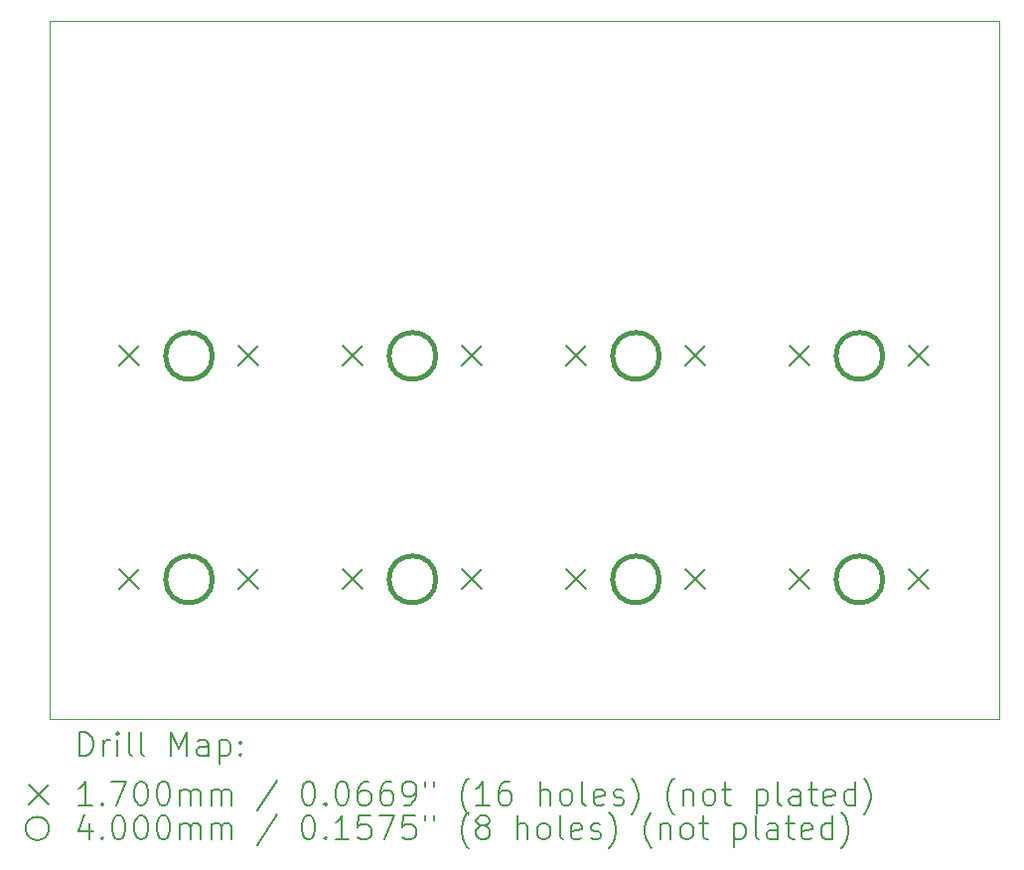
<source format=gbr>
%TF.GenerationSoftware,KiCad,Pcbnew,9.0.2*%
%TF.CreationDate,2025-06-09T08:41:51+05:30*%
%TF.ProjectId,DevBuddy,44657642-7564-4647-992e-6b696361645f,rev?*%
%TF.SameCoordinates,Original*%
%TF.FileFunction,Drillmap*%
%TF.FilePolarity,Positive*%
%FSLAX45Y45*%
G04 Gerber Fmt 4.5, Leading zero omitted, Abs format (unit mm)*
G04 Created by KiCad (PCBNEW 9.0.2) date 2025-06-09 08:41:51*
%MOMM*%
%LPD*%
G01*
G04 APERTURE LIST*
%ADD10C,0.050000*%
%ADD11C,0.200000*%
%ADD12C,0.170000*%
%ADD13C,0.400000*%
G04 APERTURE END LIST*
D10*
X9048750Y-13811250D02*
X9048750Y-7858125D01*
X17145000Y-13811250D02*
X9048750Y-13811250D01*
X17145000Y-7858125D02*
X17145000Y-13811250D01*
X9048750Y-7858125D02*
X17145000Y-7858125D01*
D11*
D12*
X9646375Y-10630625D02*
X9816375Y-10800625D01*
X9816375Y-10630625D02*
X9646375Y-10800625D01*
X9646375Y-12535625D02*
X9816375Y-12705625D01*
X9816375Y-12535625D02*
X9646375Y-12705625D01*
X10662375Y-10630625D02*
X10832375Y-10800625D01*
X10832375Y-10630625D02*
X10662375Y-10800625D01*
X10662375Y-12535625D02*
X10832375Y-12705625D01*
X10832375Y-12535625D02*
X10662375Y-12705625D01*
X11551375Y-10630625D02*
X11721375Y-10800625D01*
X11721375Y-10630625D02*
X11551375Y-10800625D01*
X11551375Y-12535625D02*
X11721375Y-12705625D01*
X11721375Y-12535625D02*
X11551375Y-12705625D01*
X12567375Y-10630625D02*
X12737375Y-10800625D01*
X12737375Y-10630625D02*
X12567375Y-10800625D01*
X12567375Y-12535625D02*
X12737375Y-12705625D01*
X12737375Y-12535625D02*
X12567375Y-12705625D01*
X13456375Y-10630625D02*
X13626375Y-10800625D01*
X13626375Y-10630625D02*
X13456375Y-10800625D01*
X13456375Y-12535625D02*
X13626375Y-12705625D01*
X13626375Y-12535625D02*
X13456375Y-12705625D01*
X14472375Y-10630625D02*
X14642375Y-10800625D01*
X14642375Y-10630625D02*
X14472375Y-10800625D01*
X14472375Y-12535625D02*
X14642375Y-12705625D01*
X14642375Y-12535625D02*
X14472375Y-12705625D01*
X15361375Y-10630625D02*
X15531375Y-10800625D01*
X15531375Y-10630625D02*
X15361375Y-10800625D01*
X15361375Y-12535625D02*
X15531375Y-12705625D01*
X15531375Y-12535625D02*
X15361375Y-12705625D01*
X16377375Y-10630625D02*
X16547375Y-10800625D01*
X16547375Y-10630625D02*
X16377375Y-10800625D01*
X16377375Y-12535625D02*
X16547375Y-12705625D01*
X16547375Y-12535625D02*
X16377375Y-12705625D01*
D13*
X10439375Y-10715625D02*
G75*
G02*
X10039375Y-10715625I-200000J0D01*
G01*
X10039375Y-10715625D02*
G75*
G02*
X10439375Y-10715625I200000J0D01*
G01*
X10439375Y-12620625D02*
G75*
G02*
X10039375Y-12620625I-200000J0D01*
G01*
X10039375Y-12620625D02*
G75*
G02*
X10439375Y-12620625I200000J0D01*
G01*
X12344375Y-10715625D02*
G75*
G02*
X11944375Y-10715625I-200000J0D01*
G01*
X11944375Y-10715625D02*
G75*
G02*
X12344375Y-10715625I200000J0D01*
G01*
X12344375Y-12620625D02*
G75*
G02*
X11944375Y-12620625I-200000J0D01*
G01*
X11944375Y-12620625D02*
G75*
G02*
X12344375Y-12620625I200000J0D01*
G01*
X14249375Y-10715625D02*
G75*
G02*
X13849375Y-10715625I-200000J0D01*
G01*
X13849375Y-10715625D02*
G75*
G02*
X14249375Y-10715625I200000J0D01*
G01*
X14249375Y-12620625D02*
G75*
G02*
X13849375Y-12620625I-200000J0D01*
G01*
X13849375Y-12620625D02*
G75*
G02*
X14249375Y-12620625I200000J0D01*
G01*
X16154375Y-10715625D02*
G75*
G02*
X15754375Y-10715625I-200000J0D01*
G01*
X15754375Y-10715625D02*
G75*
G02*
X16154375Y-10715625I200000J0D01*
G01*
X16154375Y-12620625D02*
G75*
G02*
X15754375Y-12620625I-200000J0D01*
G01*
X15754375Y-12620625D02*
G75*
G02*
X16154375Y-12620625I200000J0D01*
G01*
D11*
X9307027Y-14125234D02*
X9307027Y-13925234D01*
X9307027Y-13925234D02*
X9354646Y-13925234D01*
X9354646Y-13925234D02*
X9383217Y-13934758D01*
X9383217Y-13934758D02*
X9402265Y-13953805D01*
X9402265Y-13953805D02*
X9411789Y-13972853D01*
X9411789Y-13972853D02*
X9421313Y-14010948D01*
X9421313Y-14010948D02*
X9421313Y-14039519D01*
X9421313Y-14039519D02*
X9411789Y-14077615D01*
X9411789Y-14077615D02*
X9402265Y-14096662D01*
X9402265Y-14096662D02*
X9383217Y-14115710D01*
X9383217Y-14115710D02*
X9354646Y-14125234D01*
X9354646Y-14125234D02*
X9307027Y-14125234D01*
X9507027Y-14125234D02*
X9507027Y-13991900D01*
X9507027Y-14029996D02*
X9516551Y-14010948D01*
X9516551Y-14010948D02*
X9526074Y-14001424D01*
X9526074Y-14001424D02*
X9545122Y-13991900D01*
X9545122Y-13991900D02*
X9564170Y-13991900D01*
X9630836Y-14125234D02*
X9630836Y-13991900D01*
X9630836Y-13925234D02*
X9621313Y-13934758D01*
X9621313Y-13934758D02*
X9630836Y-13944281D01*
X9630836Y-13944281D02*
X9640360Y-13934758D01*
X9640360Y-13934758D02*
X9630836Y-13925234D01*
X9630836Y-13925234D02*
X9630836Y-13944281D01*
X9754646Y-14125234D02*
X9735598Y-14115710D01*
X9735598Y-14115710D02*
X9726074Y-14096662D01*
X9726074Y-14096662D02*
X9726074Y-13925234D01*
X9859408Y-14125234D02*
X9840360Y-14115710D01*
X9840360Y-14115710D02*
X9830836Y-14096662D01*
X9830836Y-14096662D02*
X9830836Y-13925234D01*
X10087979Y-14125234D02*
X10087979Y-13925234D01*
X10087979Y-13925234D02*
X10154646Y-14068091D01*
X10154646Y-14068091D02*
X10221313Y-13925234D01*
X10221313Y-13925234D02*
X10221313Y-14125234D01*
X10402265Y-14125234D02*
X10402265Y-14020472D01*
X10402265Y-14020472D02*
X10392741Y-14001424D01*
X10392741Y-14001424D02*
X10373694Y-13991900D01*
X10373694Y-13991900D02*
X10335598Y-13991900D01*
X10335598Y-13991900D02*
X10316551Y-14001424D01*
X10402265Y-14115710D02*
X10383217Y-14125234D01*
X10383217Y-14125234D02*
X10335598Y-14125234D01*
X10335598Y-14125234D02*
X10316551Y-14115710D01*
X10316551Y-14115710D02*
X10307027Y-14096662D01*
X10307027Y-14096662D02*
X10307027Y-14077615D01*
X10307027Y-14077615D02*
X10316551Y-14058567D01*
X10316551Y-14058567D02*
X10335598Y-14049043D01*
X10335598Y-14049043D02*
X10383217Y-14049043D01*
X10383217Y-14049043D02*
X10402265Y-14039519D01*
X10497503Y-13991900D02*
X10497503Y-14191900D01*
X10497503Y-14001424D02*
X10516551Y-13991900D01*
X10516551Y-13991900D02*
X10554646Y-13991900D01*
X10554646Y-13991900D02*
X10573694Y-14001424D01*
X10573694Y-14001424D02*
X10583217Y-14010948D01*
X10583217Y-14010948D02*
X10592741Y-14029996D01*
X10592741Y-14029996D02*
X10592741Y-14087138D01*
X10592741Y-14087138D02*
X10583217Y-14106186D01*
X10583217Y-14106186D02*
X10573694Y-14115710D01*
X10573694Y-14115710D02*
X10554646Y-14125234D01*
X10554646Y-14125234D02*
X10516551Y-14125234D01*
X10516551Y-14125234D02*
X10497503Y-14115710D01*
X10678455Y-14106186D02*
X10687979Y-14115710D01*
X10687979Y-14115710D02*
X10678455Y-14125234D01*
X10678455Y-14125234D02*
X10668932Y-14115710D01*
X10668932Y-14115710D02*
X10678455Y-14106186D01*
X10678455Y-14106186D02*
X10678455Y-14125234D01*
X10678455Y-14001424D02*
X10687979Y-14010948D01*
X10687979Y-14010948D02*
X10678455Y-14020472D01*
X10678455Y-14020472D02*
X10668932Y-14010948D01*
X10668932Y-14010948D02*
X10678455Y-14001424D01*
X10678455Y-14001424D02*
X10678455Y-14020472D01*
D12*
X8876250Y-14368750D02*
X9046250Y-14538750D01*
X9046250Y-14368750D02*
X8876250Y-14538750D01*
D11*
X9411789Y-14545234D02*
X9297503Y-14545234D01*
X9354646Y-14545234D02*
X9354646Y-14345234D01*
X9354646Y-14345234D02*
X9335598Y-14373805D01*
X9335598Y-14373805D02*
X9316551Y-14392853D01*
X9316551Y-14392853D02*
X9297503Y-14402377D01*
X9497503Y-14526186D02*
X9507027Y-14535710D01*
X9507027Y-14535710D02*
X9497503Y-14545234D01*
X9497503Y-14545234D02*
X9487979Y-14535710D01*
X9487979Y-14535710D02*
X9497503Y-14526186D01*
X9497503Y-14526186D02*
X9497503Y-14545234D01*
X9573694Y-14345234D02*
X9707027Y-14345234D01*
X9707027Y-14345234D02*
X9621313Y-14545234D01*
X9821313Y-14345234D02*
X9840360Y-14345234D01*
X9840360Y-14345234D02*
X9859408Y-14354758D01*
X9859408Y-14354758D02*
X9868932Y-14364281D01*
X9868932Y-14364281D02*
X9878455Y-14383329D01*
X9878455Y-14383329D02*
X9887979Y-14421424D01*
X9887979Y-14421424D02*
X9887979Y-14469043D01*
X9887979Y-14469043D02*
X9878455Y-14507138D01*
X9878455Y-14507138D02*
X9868932Y-14526186D01*
X9868932Y-14526186D02*
X9859408Y-14535710D01*
X9859408Y-14535710D02*
X9840360Y-14545234D01*
X9840360Y-14545234D02*
X9821313Y-14545234D01*
X9821313Y-14545234D02*
X9802265Y-14535710D01*
X9802265Y-14535710D02*
X9792741Y-14526186D01*
X9792741Y-14526186D02*
X9783217Y-14507138D01*
X9783217Y-14507138D02*
X9773694Y-14469043D01*
X9773694Y-14469043D02*
X9773694Y-14421424D01*
X9773694Y-14421424D02*
X9783217Y-14383329D01*
X9783217Y-14383329D02*
X9792741Y-14364281D01*
X9792741Y-14364281D02*
X9802265Y-14354758D01*
X9802265Y-14354758D02*
X9821313Y-14345234D01*
X10011789Y-14345234D02*
X10030836Y-14345234D01*
X10030836Y-14345234D02*
X10049884Y-14354758D01*
X10049884Y-14354758D02*
X10059408Y-14364281D01*
X10059408Y-14364281D02*
X10068932Y-14383329D01*
X10068932Y-14383329D02*
X10078455Y-14421424D01*
X10078455Y-14421424D02*
X10078455Y-14469043D01*
X10078455Y-14469043D02*
X10068932Y-14507138D01*
X10068932Y-14507138D02*
X10059408Y-14526186D01*
X10059408Y-14526186D02*
X10049884Y-14535710D01*
X10049884Y-14535710D02*
X10030836Y-14545234D01*
X10030836Y-14545234D02*
X10011789Y-14545234D01*
X10011789Y-14545234D02*
X9992741Y-14535710D01*
X9992741Y-14535710D02*
X9983217Y-14526186D01*
X9983217Y-14526186D02*
X9973694Y-14507138D01*
X9973694Y-14507138D02*
X9964170Y-14469043D01*
X9964170Y-14469043D02*
X9964170Y-14421424D01*
X9964170Y-14421424D02*
X9973694Y-14383329D01*
X9973694Y-14383329D02*
X9983217Y-14364281D01*
X9983217Y-14364281D02*
X9992741Y-14354758D01*
X9992741Y-14354758D02*
X10011789Y-14345234D01*
X10164170Y-14545234D02*
X10164170Y-14411900D01*
X10164170Y-14430948D02*
X10173694Y-14421424D01*
X10173694Y-14421424D02*
X10192741Y-14411900D01*
X10192741Y-14411900D02*
X10221313Y-14411900D01*
X10221313Y-14411900D02*
X10240360Y-14421424D01*
X10240360Y-14421424D02*
X10249884Y-14440472D01*
X10249884Y-14440472D02*
X10249884Y-14545234D01*
X10249884Y-14440472D02*
X10259408Y-14421424D01*
X10259408Y-14421424D02*
X10278455Y-14411900D01*
X10278455Y-14411900D02*
X10307027Y-14411900D01*
X10307027Y-14411900D02*
X10326075Y-14421424D01*
X10326075Y-14421424D02*
X10335598Y-14440472D01*
X10335598Y-14440472D02*
X10335598Y-14545234D01*
X10430836Y-14545234D02*
X10430836Y-14411900D01*
X10430836Y-14430948D02*
X10440360Y-14421424D01*
X10440360Y-14421424D02*
X10459408Y-14411900D01*
X10459408Y-14411900D02*
X10487979Y-14411900D01*
X10487979Y-14411900D02*
X10507027Y-14421424D01*
X10507027Y-14421424D02*
X10516551Y-14440472D01*
X10516551Y-14440472D02*
X10516551Y-14545234D01*
X10516551Y-14440472D02*
X10526075Y-14421424D01*
X10526075Y-14421424D02*
X10545122Y-14411900D01*
X10545122Y-14411900D02*
X10573694Y-14411900D01*
X10573694Y-14411900D02*
X10592741Y-14421424D01*
X10592741Y-14421424D02*
X10602265Y-14440472D01*
X10602265Y-14440472D02*
X10602265Y-14545234D01*
X10992741Y-14335710D02*
X10821313Y-14592853D01*
X11249884Y-14345234D02*
X11268932Y-14345234D01*
X11268932Y-14345234D02*
X11287979Y-14354758D01*
X11287979Y-14354758D02*
X11297503Y-14364281D01*
X11297503Y-14364281D02*
X11307027Y-14383329D01*
X11307027Y-14383329D02*
X11316551Y-14421424D01*
X11316551Y-14421424D02*
X11316551Y-14469043D01*
X11316551Y-14469043D02*
X11307027Y-14507138D01*
X11307027Y-14507138D02*
X11297503Y-14526186D01*
X11297503Y-14526186D02*
X11287979Y-14535710D01*
X11287979Y-14535710D02*
X11268932Y-14545234D01*
X11268932Y-14545234D02*
X11249884Y-14545234D01*
X11249884Y-14545234D02*
X11230836Y-14535710D01*
X11230836Y-14535710D02*
X11221313Y-14526186D01*
X11221313Y-14526186D02*
X11211789Y-14507138D01*
X11211789Y-14507138D02*
X11202265Y-14469043D01*
X11202265Y-14469043D02*
X11202265Y-14421424D01*
X11202265Y-14421424D02*
X11211789Y-14383329D01*
X11211789Y-14383329D02*
X11221313Y-14364281D01*
X11221313Y-14364281D02*
X11230836Y-14354758D01*
X11230836Y-14354758D02*
X11249884Y-14345234D01*
X11402265Y-14526186D02*
X11411789Y-14535710D01*
X11411789Y-14535710D02*
X11402265Y-14545234D01*
X11402265Y-14545234D02*
X11392741Y-14535710D01*
X11392741Y-14535710D02*
X11402265Y-14526186D01*
X11402265Y-14526186D02*
X11402265Y-14545234D01*
X11535598Y-14345234D02*
X11554646Y-14345234D01*
X11554646Y-14345234D02*
X11573694Y-14354758D01*
X11573694Y-14354758D02*
X11583217Y-14364281D01*
X11583217Y-14364281D02*
X11592741Y-14383329D01*
X11592741Y-14383329D02*
X11602265Y-14421424D01*
X11602265Y-14421424D02*
X11602265Y-14469043D01*
X11602265Y-14469043D02*
X11592741Y-14507138D01*
X11592741Y-14507138D02*
X11583217Y-14526186D01*
X11583217Y-14526186D02*
X11573694Y-14535710D01*
X11573694Y-14535710D02*
X11554646Y-14545234D01*
X11554646Y-14545234D02*
X11535598Y-14545234D01*
X11535598Y-14545234D02*
X11516551Y-14535710D01*
X11516551Y-14535710D02*
X11507027Y-14526186D01*
X11507027Y-14526186D02*
X11497503Y-14507138D01*
X11497503Y-14507138D02*
X11487979Y-14469043D01*
X11487979Y-14469043D02*
X11487979Y-14421424D01*
X11487979Y-14421424D02*
X11497503Y-14383329D01*
X11497503Y-14383329D02*
X11507027Y-14364281D01*
X11507027Y-14364281D02*
X11516551Y-14354758D01*
X11516551Y-14354758D02*
X11535598Y-14345234D01*
X11773694Y-14345234D02*
X11735598Y-14345234D01*
X11735598Y-14345234D02*
X11716551Y-14354758D01*
X11716551Y-14354758D02*
X11707027Y-14364281D01*
X11707027Y-14364281D02*
X11687979Y-14392853D01*
X11687979Y-14392853D02*
X11678456Y-14430948D01*
X11678456Y-14430948D02*
X11678456Y-14507138D01*
X11678456Y-14507138D02*
X11687979Y-14526186D01*
X11687979Y-14526186D02*
X11697503Y-14535710D01*
X11697503Y-14535710D02*
X11716551Y-14545234D01*
X11716551Y-14545234D02*
X11754646Y-14545234D01*
X11754646Y-14545234D02*
X11773694Y-14535710D01*
X11773694Y-14535710D02*
X11783217Y-14526186D01*
X11783217Y-14526186D02*
X11792741Y-14507138D01*
X11792741Y-14507138D02*
X11792741Y-14459519D01*
X11792741Y-14459519D02*
X11783217Y-14440472D01*
X11783217Y-14440472D02*
X11773694Y-14430948D01*
X11773694Y-14430948D02*
X11754646Y-14421424D01*
X11754646Y-14421424D02*
X11716551Y-14421424D01*
X11716551Y-14421424D02*
X11697503Y-14430948D01*
X11697503Y-14430948D02*
X11687979Y-14440472D01*
X11687979Y-14440472D02*
X11678456Y-14459519D01*
X11964170Y-14345234D02*
X11926075Y-14345234D01*
X11926075Y-14345234D02*
X11907027Y-14354758D01*
X11907027Y-14354758D02*
X11897503Y-14364281D01*
X11897503Y-14364281D02*
X11878456Y-14392853D01*
X11878456Y-14392853D02*
X11868932Y-14430948D01*
X11868932Y-14430948D02*
X11868932Y-14507138D01*
X11868932Y-14507138D02*
X11878456Y-14526186D01*
X11878456Y-14526186D02*
X11887979Y-14535710D01*
X11887979Y-14535710D02*
X11907027Y-14545234D01*
X11907027Y-14545234D02*
X11945122Y-14545234D01*
X11945122Y-14545234D02*
X11964170Y-14535710D01*
X11964170Y-14535710D02*
X11973694Y-14526186D01*
X11973694Y-14526186D02*
X11983217Y-14507138D01*
X11983217Y-14507138D02*
X11983217Y-14459519D01*
X11983217Y-14459519D02*
X11973694Y-14440472D01*
X11973694Y-14440472D02*
X11964170Y-14430948D01*
X11964170Y-14430948D02*
X11945122Y-14421424D01*
X11945122Y-14421424D02*
X11907027Y-14421424D01*
X11907027Y-14421424D02*
X11887979Y-14430948D01*
X11887979Y-14430948D02*
X11878456Y-14440472D01*
X11878456Y-14440472D02*
X11868932Y-14459519D01*
X12078456Y-14545234D02*
X12116551Y-14545234D01*
X12116551Y-14545234D02*
X12135598Y-14535710D01*
X12135598Y-14535710D02*
X12145122Y-14526186D01*
X12145122Y-14526186D02*
X12164170Y-14497615D01*
X12164170Y-14497615D02*
X12173694Y-14459519D01*
X12173694Y-14459519D02*
X12173694Y-14383329D01*
X12173694Y-14383329D02*
X12164170Y-14364281D01*
X12164170Y-14364281D02*
X12154646Y-14354758D01*
X12154646Y-14354758D02*
X12135598Y-14345234D01*
X12135598Y-14345234D02*
X12097503Y-14345234D01*
X12097503Y-14345234D02*
X12078456Y-14354758D01*
X12078456Y-14354758D02*
X12068932Y-14364281D01*
X12068932Y-14364281D02*
X12059408Y-14383329D01*
X12059408Y-14383329D02*
X12059408Y-14430948D01*
X12059408Y-14430948D02*
X12068932Y-14449996D01*
X12068932Y-14449996D02*
X12078456Y-14459519D01*
X12078456Y-14459519D02*
X12097503Y-14469043D01*
X12097503Y-14469043D02*
X12135598Y-14469043D01*
X12135598Y-14469043D02*
X12154646Y-14459519D01*
X12154646Y-14459519D02*
X12164170Y-14449996D01*
X12164170Y-14449996D02*
X12173694Y-14430948D01*
X12249884Y-14345234D02*
X12249884Y-14383329D01*
X12326075Y-14345234D02*
X12326075Y-14383329D01*
X12621313Y-14621424D02*
X12611789Y-14611900D01*
X12611789Y-14611900D02*
X12592741Y-14583329D01*
X12592741Y-14583329D02*
X12583218Y-14564281D01*
X12583218Y-14564281D02*
X12573694Y-14535710D01*
X12573694Y-14535710D02*
X12564170Y-14488091D01*
X12564170Y-14488091D02*
X12564170Y-14449996D01*
X12564170Y-14449996D02*
X12573694Y-14402377D01*
X12573694Y-14402377D02*
X12583218Y-14373805D01*
X12583218Y-14373805D02*
X12592741Y-14354758D01*
X12592741Y-14354758D02*
X12611789Y-14326186D01*
X12611789Y-14326186D02*
X12621313Y-14316662D01*
X12802265Y-14545234D02*
X12687979Y-14545234D01*
X12745122Y-14545234D02*
X12745122Y-14345234D01*
X12745122Y-14345234D02*
X12726075Y-14373805D01*
X12726075Y-14373805D02*
X12707027Y-14392853D01*
X12707027Y-14392853D02*
X12687979Y-14402377D01*
X12973694Y-14345234D02*
X12935598Y-14345234D01*
X12935598Y-14345234D02*
X12916551Y-14354758D01*
X12916551Y-14354758D02*
X12907027Y-14364281D01*
X12907027Y-14364281D02*
X12887979Y-14392853D01*
X12887979Y-14392853D02*
X12878456Y-14430948D01*
X12878456Y-14430948D02*
X12878456Y-14507138D01*
X12878456Y-14507138D02*
X12887979Y-14526186D01*
X12887979Y-14526186D02*
X12897503Y-14535710D01*
X12897503Y-14535710D02*
X12916551Y-14545234D01*
X12916551Y-14545234D02*
X12954646Y-14545234D01*
X12954646Y-14545234D02*
X12973694Y-14535710D01*
X12973694Y-14535710D02*
X12983218Y-14526186D01*
X12983218Y-14526186D02*
X12992741Y-14507138D01*
X12992741Y-14507138D02*
X12992741Y-14459519D01*
X12992741Y-14459519D02*
X12983218Y-14440472D01*
X12983218Y-14440472D02*
X12973694Y-14430948D01*
X12973694Y-14430948D02*
X12954646Y-14421424D01*
X12954646Y-14421424D02*
X12916551Y-14421424D01*
X12916551Y-14421424D02*
X12897503Y-14430948D01*
X12897503Y-14430948D02*
X12887979Y-14440472D01*
X12887979Y-14440472D02*
X12878456Y-14459519D01*
X13230837Y-14545234D02*
X13230837Y-14345234D01*
X13316551Y-14545234D02*
X13316551Y-14440472D01*
X13316551Y-14440472D02*
X13307027Y-14421424D01*
X13307027Y-14421424D02*
X13287980Y-14411900D01*
X13287980Y-14411900D02*
X13259408Y-14411900D01*
X13259408Y-14411900D02*
X13240360Y-14421424D01*
X13240360Y-14421424D02*
X13230837Y-14430948D01*
X13440360Y-14545234D02*
X13421313Y-14535710D01*
X13421313Y-14535710D02*
X13411789Y-14526186D01*
X13411789Y-14526186D02*
X13402265Y-14507138D01*
X13402265Y-14507138D02*
X13402265Y-14449996D01*
X13402265Y-14449996D02*
X13411789Y-14430948D01*
X13411789Y-14430948D02*
X13421313Y-14421424D01*
X13421313Y-14421424D02*
X13440360Y-14411900D01*
X13440360Y-14411900D02*
X13468932Y-14411900D01*
X13468932Y-14411900D02*
X13487980Y-14421424D01*
X13487980Y-14421424D02*
X13497503Y-14430948D01*
X13497503Y-14430948D02*
X13507027Y-14449996D01*
X13507027Y-14449996D02*
X13507027Y-14507138D01*
X13507027Y-14507138D02*
X13497503Y-14526186D01*
X13497503Y-14526186D02*
X13487980Y-14535710D01*
X13487980Y-14535710D02*
X13468932Y-14545234D01*
X13468932Y-14545234D02*
X13440360Y-14545234D01*
X13621313Y-14545234D02*
X13602265Y-14535710D01*
X13602265Y-14535710D02*
X13592741Y-14516662D01*
X13592741Y-14516662D02*
X13592741Y-14345234D01*
X13773694Y-14535710D02*
X13754646Y-14545234D01*
X13754646Y-14545234D02*
X13716551Y-14545234D01*
X13716551Y-14545234D02*
X13697503Y-14535710D01*
X13697503Y-14535710D02*
X13687980Y-14516662D01*
X13687980Y-14516662D02*
X13687980Y-14440472D01*
X13687980Y-14440472D02*
X13697503Y-14421424D01*
X13697503Y-14421424D02*
X13716551Y-14411900D01*
X13716551Y-14411900D02*
X13754646Y-14411900D01*
X13754646Y-14411900D02*
X13773694Y-14421424D01*
X13773694Y-14421424D02*
X13783218Y-14440472D01*
X13783218Y-14440472D02*
X13783218Y-14459519D01*
X13783218Y-14459519D02*
X13687980Y-14478567D01*
X13859408Y-14535710D02*
X13878456Y-14545234D01*
X13878456Y-14545234D02*
X13916551Y-14545234D01*
X13916551Y-14545234D02*
X13935599Y-14535710D01*
X13935599Y-14535710D02*
X13945122Y-14516662D01*
X13945122Y-14516662D02*
X13945122Y-14507138D01*
X13945122Y-14507138D02*
X13935599Y-14488091D01*
X13935599Y-14488091D02*
X13916551Y-14478567D01*
X13916551Y-14478567D02*
X13887980Y-14478567D01*
X13887980Y-14478567D02*
X13868932Y-14469043D01*
X13868932Y-14469043D02*
X13859408Y-14449996D01*
X13859408Y-14449996D02*
X13859408Y-14440472D01*
X13859408Y-14440472D02*
X13868932Y-14421424D01*
X13868932Y-14421424D02*
X13887980Y-14411900D01*
X13887980Y-14411900D02*
X13916551Y-14411900D01*
X13916551Y-14411900D02*
X13935599Y-14421424D01*
X14011789Y-14621424D02*
X14021313Y-14611900D01*
X14021313Y-14611900D02*
X14040361Y-14583329D01*
X14040361Y-14583329D02*
X14049884Y-14564281D01*
X14049884Y-14564281D02*
X14059408Y-14535710D01*
X14059408Y-14535710D02*
X14068932Y-14488091D01*
X14068932Y-14488091D02*
X14068932Y-14449996D01*
X14068932Y-14449996D02*
X14059408Y-14402377D01*
X14059408Y-14402377D02*
X14049884Y-14373805D01*
X14049884Y-14373805D02*
X14040361Y-14354758D01*
X14040361Y-14354758D02*
X14021313Y-14326186D01*
X14021313Y-14326186D02*
X14011789Y-14316662D01*
X14373694Y-14621424D02*
X14364170Y-14611900D01*
X14364170Y-14611900D02*
X14345122Y-14583329D01*
X14345122Y-14583329D02*
X14335599Y-14564281D01*
X14335599Y-14564281D02*
X14326075Y-14535710D01*
X14326075Y-14535710D02*
X14316551Y-14488091D01*
X14316551Y-14488091D02*
X14316551Y-14449996D01*
X14316551Y-14449996D02*
X14326075Y-14402377D01*
X14326075Y-14402377D02*
X14335599Y-14373805D01*
X14335599Y-14373805D02*
X14345122Y-14354758D01*
X14345122Y-14354758D02*
X14364170Y-14326186D01*
X14364170Y-14326186D02*
X14373694Y-14316662D01*
X14449884Y-14411900D02*
X14449884Y-14545234D01*
X14449884Y-14430948D02*
X14459408Y-14421424D01*
X14459408Y-14421424D02*
X14478456Y-14411900D01*
X14478456Y-14411900D02*
X14507027Y-14411900D01*
X14507027Y-14411900D02*
X14526075Y-14421424D01*
X14526075Y-14421424D02*
X14535599Y-14440472D01*
X14535599Y-14440472D02*
X14535599Y-14545234D01*
X14659408Y-14545234D02*
X14640361Y-14535710D01*
X14640361Y-14535710D02*
X14630837Y-14526186D01*
X14630837Y-14526186D02*
X14621313Y-14507138D01*
X14621313Y-14507138D02*
X14621313Y-14449996D01*
X14621313Y-14449996D02*
X14630837Y-14430948D01*
X14630837Y-14430948D02*
X14640361Y-14421424D01*
X14640361Y-14421424D02*
X14659408Y-14411900D01*
X14659408Y-14411900D02*
X14687980Y-14411900D01*
X14687980Y-14411900D02*
X14707027Y-14421424D01*
X14707027Y-14421424D02*
X14716551Y-14430948D01*
X14716551Y-14430948D02*
X14726075Y-14449996D01*
X14726075Y-14449996D02*
X14726075Y-14507138D01*
X14726075Y-14507138D02*
X14716551Y-14526186D01*
X14716551Y-14526186D02*
X14707027Y-14535710D01*
X14707027Y-14535710D02*
X14687980Y-14545234D01*
X14687980Y-14545234D02*
X14659408Y-14545234D01*
X14783218Y-14411900D02*
X14859408Y-14411900D01*
X14811789Y-14345234D02*
X14811789Y-14516662D01*
X14811789Y-14516662D02*
X14821313Y-14535710D01*
X14821313Y-14535710D02*
X14840361Y-14545234D01*
X14840361Y-14545234D02*
X14859408Y-14545234D01*
X15078456Y-14411900D02*
X15078456Y-14611900D01*
X15078456Y-14421424D02*
X15097503Y-14411900D01*
X15097503Y-14411900D02*
X15135599Y-14411900D01*
X15135599Y-14411900D02*
X15154646Y-14421424D01*
X15154646Y-14421424D02*
X15164170Y-14430948D01*
X15164170Y-14430948D02*
X15173694Y-14449996D01*
X15173694Y-14449996D02*
X15173694Y-14507138D01*
X15173694Y-14507138D02*
X15164170Y-14526186D01*
X15164170Y-14526186D02*
X15154646Y-14535710D01*
X15154646Y-14535710D02*
X15135599Y-14545234D01*
X15135599Y-14545234D02*
X15097503Y-14545234D01*
X15097503Y-14545234D02*
X15078456Y-14535710D01*
X15287980Y-14545234D02*
X15268932Y-14535710D01*
X15268932Y-14535710D02*
X15259408Y-14516662D01*
X15259408Y-14516662D02*
X15259408Y-14345234D01*
X15449884Y-14545234D02*
X15449884Y-14440472D01*
X15449884Y-14440472D02*
X15440361Y-14421424D01*
X15440361Y-14421424D02*
X15421313Y-14411900D01*
X15421313Y-14411900D02*
X15383218Y-14411900D01*
X15383218Y-14411900D02*
X15364170Y-14421424D01*
X15449884Y-14535710D02*
X15430837Y-14545234D01*
X15430837Y-14545234D02*
X15383218Y-14545234D01*
X15383218Y-14545234D02*
X15364170Y-14535710D01*
X15364170Y-14535710D02*
X15354646Y-14516662D01*
X15354646Y-14516662D02*
X15354646Y-14497615D01*
X15354646Y-14497615D02*
X15364170Y-14478567D01*
X15364170Y-14478567D02*
X15383218Y-14469043D01*
X15383218Y-14469043D02*
X15430837Y-14469043D01*
X15430837Y-14469043D02*
X15449884Y-14459519D01*
X15516551Y-14411900D02*
X15592742Y-14411900D01*
X15545123Y-14345234D02*
X15545123Y-14516662D01*
X15545123Y-14516662D02*
X15554646Y-14535710D01*
X15554646Y-14535710D02*
X15573694Y-14545234D01*
X15573694Y-14545234D02*
X15592742Y-14545234D01*
X15735599Y-14535710D02*
X15716551Y-14545234D01*
X15716551Y-14545234D02*
X15678456Y-14545234D01*
X15678456Y-14545234D02*
X15659408Y-14535710D01*
X15659408Y-14535710D02*
X15649884Y-14516662D01*
X15649884Y-14516662D02*
X15649884Y-14440472D01*
X15649884Y-14440472D02*
X15659408Y-14421424D01*
X15659408Y-14421424D02*
X15678456Y-14411900D01*
X15678456Y-14411900D02*
X15716551Y-14411900D01*
X15716551Y-14411900D02*
X15735599Y-14421424D01*
X15735599Y-14421424D02*
X15745123Y-14440472D01*
X15745123Y-14440472D02*
X15745123Y-14459519D01*
X15745123Y-14459519D02*
X15649884Y-14478567D01*
X15916551Y-14545234D02*
X15916551Y-14345234D01*
X15916551Y-14535710D02*
X15897504Y-14545234D01*
X15897504Y-14545234D02*
X15859408Y-14545234D01*
X15859408Y-14545234D02*
X15840361Y-14535710D01*
X15840361Y-14535710D02*
X15830837Y-14526186D01*
X15830837Y-14526186D02*
X15821313Y-14507138D01*
X15821313Y-14507138D02*
X15821313Y-14449996D01*
X15821313Y-14449996D02*
X15830837Y-14430948D01*
X15830837Y-14430948D02*
X15840361Y-14421424D01*
X15840361Y-14421424D02*
X15859408Y-14411900D01*
X15859408Y-14411900D02*
X15897504Y-14411900D01*
X15897504Y-14411900D02*
X15916551Y-14421424D01*
X15992742Y-14621424D02*
X16002265Y-14611900D01*
X16002265Y-14611900D02*
X16021313Y-14583329D01*
X16021313Y-14583329D02*
X16030837Y-14564281D01*
X16030837Y-14564281D02*
X16040361Y-14535710D01*
X16040361Y-14535710D02*
X16049884Y-14488091D01*
X16049884Y-14488091D02*
X16049884Y-14449996D01*
X16049884Y-14449996D02*
X16040361Y-14402377D01*
X16040361Y-14402377D02*
X16030837Y-14373805D01*
X16030837Y-14373805D02*
X16021313Y-14354758D01*
X16021313Y-14354758D02*
X16002265Y-14326186D01*
X16002265Y-14326186D02*
X15992742Y-14316662D01*
X9046250Y-14743750D02*
G75*
G02*
X8846250Y-14743750I-100000J0D01*
G01*
X8846250Y-14743750D02*
G75*
G02*
X9046250Y-14743750I100000J0D01*
G01*
X9392741Y-14701900D02*
X9392741Y-14835234D01*
X9345122Y-14625710D02*
X9297503Y-14768567D01*
X9297503Y-14768567D02*
X9421313Y-14768567D01*
X9497503Y-14816186D02*
X9507027Y-14825710D01*
X9507027Y-14825710D02*
X9497503Y-14835234D01*
X9497503Y-14835234D02*
X9487979Y-14825710D01*
X9487979Y-14825710D02*
X9497503Y-14816186D01*
X9497503Y-14816186D02*
X9497503Y-14835234D01*
X9630836Y-14635234D02*
X9649884Y-14635234D01*
X9649884Y-14635234D02*
X9668932Y-14644758D01*
X9668932Y-14644758D02*
X9678455Y-14654281D01*
X9678455Y-14654281D02*
X9687979Y-14673329D01*
X9687979Y-14673329D02*
X9697503Y-14711424D01*
X9697503Y-14711424D02*
X9697503Y-14759043D01*
X9697503Y-14759043D02*
X9687979Y-14797138D01*
X9687979Y-14797138D02*
X9678455Y-14816186D01*
X9678455Y-14816186D02*
X9668932Y-14825710D01*
X9668932Y-14825710D02*
X9649884Y-14835234D01*
X9649884Y-14835234D02*
X9630836Y-14835234D01*
X9630836Y-14835234D02*
X9611789Y-14825710D01*
X9611789Y-14825710D02*
X9602265Y-14816186D01*
X9602265Y-14816186D02*
X9592741Y-14797138D01*
X9592741Y-14797138D02*
X9583217Y-14759043D01*
X9583217Y-14759043D02*
X9583217Y-14711424D01*
X9583217Y-14711424D02*
X9592741Y-14673329D01*
X9592741Y-14673329D02*
X9602265Y-14654281D01*
X9602265Y-14654281D02*
X9611789Y-14644758D01*
X9611789Y-14644758D02*
X9630836Y-14635234D01*
X9821313Y-14635234D02*
X9840360Y-14635234D01*
X9840360Y-14635234D02*
X9859408Y-14644758D01*
X9859408Y-14644758D02*
X9868932Y-14654281D01*
X9868932Y-14654281D02*
X9878455Y-14673329D01*
X9878455Y-14673329D02*
X9887979Y-14711424D01*
X9887979Y-14711424D02*
X9887979Y-14759043D01*
X9887979Y-14759043D02*
X9878455Y-14797138D01*
X9878455Y-14797138D02*
X9868932Y-14816186D01*
X9868932Y-14816186D02*
X9859408Y-14825710D01*
X9859408Y-14825710D02*
X9840360Y-14835234D01*
X9840360Y-14835234D02*
X9821313Y-14835234D01*
X9821313Y-14835234D02*
X9802265Y-14825710D01*
X9802265Y-14825710D02*
X9792741Y-14816186D01*
X9792741Y-14816186D02*
X9783217Y-14797138D01*
X9783217Y-14797138D02*
X9773694Y-14759043D01*
X9773694Y-14759043D02*
X9773694Y-14711424D01*
X9773694Y-14711424D02*
X9783217Y-14673329D01*
X9783217Y-14673329D02*
X9792741Y-14654281D01*
X9792741Y-14654281D02*
X9802265Y-14644758D01*
X9802265Y-14644758D02*
X9821313Y-14635234D01*
X10011789Y-14635234D02*
X10030836Y-14635234D01*
X10030836Y-14635234D02*
X10049884Y-14644758D01*
X10049884Y-14644758D02*
X10059408Y-14654281D01*
X10059408Y-14654281D02*
X10068932Y-14673329D01*
X10068932Y-14673329D02*
X10078455Y-14711424D01*
X10078455Y-14711424D02*
X10078455Y-14759043D01*
X10078455Y-14759043D02*
X10068932Y-14797138D01*
X10068932Y-14797138D02*
X10059408Y-14816186D01*
X10059408Y-14816186D02*
X10049884Y-14825710D01*
X10049884Y-14825710D02*
X10030836Y-14835234D01*
X10030836Y-14835234D02*
X10011789Y-14835234D01*
X10011789Y-14835234D02*
X9992741Y-14825710D01*
X9992741Y-14825710D02*
X9983217Y-14816186D01*
X9983217Y-14816186D02*
X9973694Y-14797138D01*
X9973694Y-14797138D02*
X9964170Y-14759043D01*
X9964170Y-14759043D02*
X9964170Y-14711424D01*
X9964170Y-14711424D02*
X9973694Y-14673329D01*
X9973694Y-14673329D02*
X9983217Y-14654281D01*
X9983217Y-14654281D02*
X9992741Y-14644758D01*
X9992741Y-14644758D02*
X10011789Y-14635234D01*
X10164170Y-14835234D02*
X10164170Y-14701900D01*
X10164170Y-14720948D02*
X10173694Y-14711424D01*
X10173694Y-14711424D02*
X10192741Y-14701900D01*
X10192741Y-14701900D02*
X10221313Y-14701900D01*
X10221313Y-14701900D02*
X10240360Y-14711424D01*
X10240360Y-14711424D02*
X10249884Y-14730472D01*
X10249884Y-14730472D02*
X10249884Y-14835234D01*
X10249884Y-14730472D02*
X10259408Y-14711424D01*
X10259408Y-14711424D02*
X10278455Y-14701900D01*
X10278455Y-14701900D02*
X10307027Y-14701900D01*
X10307027Y-14701900D02*
X10326075Y-14711424D01*
X10326075Y-14711424D02*
X10335598Y-14730472D01*
X10335598Y-14730472D02*
X10335598Y-14835234D01*
X10430836Y-14835234D02*
X10430836Y-14701900D01*
X10430836Y-14720948D02*
X10440360Y-14711424D01*
X10440360Y-14711424D02*
X10459408Y-14701900D01*
X10459408Y-14701900D02*
X10487979Y-14701900D01*
X10487979Y-14701900D02*
X10507027Y-14711424D01*
X10507027Y-14711424D02*
X10516551Y-14730472D01*
X10516551Y-14730472D02*
X10516551Y-14835234D01*
X10516551Y-14730472D02*
X10526075Y-14711424D01*
X10526075Y-14711424D02*
X10545122Y-14701900D01*
X10545122Y-14701900D02*
X10573694Y-14701900D01*
X10573694Y-14701900D02*
X10592741Y-14711424D01*
X10592741Y-14711424D02*
X10602265Y-14730472D01*
X10602265Y-14730472D02*
X10602265Y-14835234D01*
X10992741Y-14625710D02*
X10821313Y-14882853D01*
X11249884Y-14635234D02*
X11268932Y-14635234D01*
X11268932Y-14635234D02*
X11287979Y-14644758D01*
X11287979Y-14644758D02*
X11297503Y-14654281D01*
X11297503Y-14654281D02*
X11307027Y-14673329D01*
X11307027Y-14673329D02*
X11316551Y-14711424D01*
X11316551Y-14711424D02*
X11316551Y-14759043D01*
X11316551Y-14759043D02*
X11307027Y-14797138D01*
X11307027Y-14797138D02*
X11297503Y-14816186D01*
X11297503Y-14816186D02*
X11287979Y-14825710D01*
X11287979Y-14825710D02*
X11268932Y-14835234D01*
X11268932Y-14835234D02*
X11249884Y-14835234D01*
X11249884Y-14835234D02*
X11230836Y-14825710D01*
X11230836Y-14825710D02*
X11221313Y-14816186D01*
X11221313Y-14816186D02*
X11211789Y-14797138D01*
X11211789Y-14797138D02*
X11202265Y-14759043D01*
X11202265Y-14759043D02*
X11202265Y-14711424D01*
X11202265Y-14711424D02*
X11211789Y-14673329D01*
X11211789Y-14673329D02*
X11221313Y-14654281D01*
X11221313Y-14654281D02*
X11230836Y-14644758D01*
X11230836Y-14644758D02*
X11249884Y-14635234D01*
X11402265Y-14816186D02*
X11411789Y-14825710D01*
X11411789Y-14825710D02*
X11402265Y-14835234D01*
X11402265Y-14835234D02*
X11392741Y-14825710D01*
X11392741Y-14825710D02*
X11402265Y-14816186D01*
X11402265Y-14816186D02*
X11402265Y-14835234D01*
X11602265Y-14835234D02*
X11487979Y-14835234D01*
X11545122Y-14835234D02*
X11545122Y-14635234D01*
X11545122Y-14635234D02*
X11526075Y-14663805D01*
X11526075Y-14663805D02*
X11507027Y-14682853D01*
X11507027Y-14682853D02*
X11487979Y-14692377D01*
X11783217Y-14635234D02*
X11687979Y-14635234D01*
X11687979Y-14635234D02*
X11678456Y-14730472D01*
X11678456Y-14730472D02*
X11687979Y-14720948D01*
X11687979Y-14720948D02*
X11707027Y-14711424D01*
X11707027Y-14711424D02*
X11754646Y-14711424D01*
X11754646Y-14711424D02*
X11773694Y-14720948D01*
X11773694Y-14720948D02*
X11783217Y-14730472D01*
X11783217Y-14730472D02*
X11792741Y-14749519D01*
X11792741Y-14749519D02*
X11792741Y-14797138D01*
X11792741Y-14797138D02*
X11783217Y-14816186D01*
X11783217Y-14816186D02*
X11773694Y-14825710D01*
X11773694Y-14825710D02*
X11754646Y-14835234D01*
X11754646Y-14835234D02*
X11707027Y-14835234D01*
X11707027Y-14835234D02*
X11687979Y-14825710D01*
X11687979Y-14825710D02*
X11678456Y-14816186D01*
X11859408Y-14635234D02*
X11992741Y-14635234D01*
X11992741Y-14635234D02*
X11907027Y-14835234D01*
X12164170Y-14635234D02*
X12068932Y-14635234D01*
X12068932Y-14635234D02*
X12059408Y-14730472D01*
X12059408Y-14730472D02*
X12068932Y-14720948D01*
X12068932Y-14720948D02*
X12087979Y-14711424D01*
X12087979Y-14711424D02*
X12135598Y-14711424D01*
X12135598Y-14711424D02*
X12154646Y-14720948D01*
X12154646Y-14720948D02*
X12164170Y-14730472D01*
X12164170Y-14730472D02*
X12173694Y-14749519D01*
X12173694Y-14749519D02*
X12173694Y-14797138D01*
X12173694Y-14797138D02*
X12164170Y-14816186D01*
X12164170Y-14816186D02*
X12154646Y-14825710D01*
X12154646Y-14825710D02*
X12135598Y-14835234D01*
X12135598Y-14835234D02*
X12087979Y-14835234D01*
X12087979Y-14835234D02*
X12068932Y-14825710D01*
X12068932Y-14825710D02*
X12059408Y-14816186D01*
X12249884Y-14635234D02*
X12249884Y-14673329D01*
X12326075Y-14635234D02*
X12326075Y-14673329D01*
X12621313Y-14911424D02*
X12611789Y-14901900D01*
X12611789Y-14901900D02*
X12592741Y-14873329D01*
X12592741Y-14873329D02*
X12583218Y-14854281D01*
X12583218Y-14854281D02*
X12573694Y-14825710D01*
X12573694Y-14825710D02*
X12564170Y-14778091D01*
X12564170Y-14778091D02*
X12564170Y-14739996D01*
X12564170Y-14739996D02*
X12573694Y-14692377D01*
X12573694Y-14692377D02*
X12583218Y-14663805D01*
X12583218Y-14663805D02*
X12592741Y-14644758D01*
X12592741Y-14644758D02*
X12611789Y-14616186D01*
X12611789Y-14616186D02*
X12621313Y-14606662D01*
X12726075Y-14720948D02*
X12707027Y-14711424D01*
X12707027Y-14711424D02*
X12697503Y-14701900D01*
X12697503Y-14701900D02*
X12687979Y-14682853D01*
X12687979Y-14682853D02*
X12687979Y-14673329D01*
X12687979Y-14673329D02*
X12697503Y-14654281D01*
X12697503Y-14654281D02*
X12707027Y-14644758D01*
X12707027Y-14644758D02*
X12726075Y-14635234D01*
X12726075Y-14635234D02*
X12764170Y-14635234D01*
X12764170Y-14635234D02*
X12783218Y-14644758D01*
X12783218Y-14644758D02*
X12792741Y-14654281D01*
X12792741Y-14654281D02*
X12802265Y-14673329D01*
X12802265Y-14673329D02*
X12802265Y-14682853D01*
X12802265Y-14682853D02*
X12792741Y-14701900D01*
X12792741Y-14701900D02*
X12783218Y-14711424D01*
X12783218Y-14711424D02*
X12764170Y-14720948D01*
X12764170Y-14720948D02*
X12726075Y-14720948D01*
X12726075Y-14720948D02*
X12707027Y-14730472D01*
X12707027Y-14730472D02*
X12697503Y-14739996D01*
X12697503Y-14739996D02*
X12687979Y-14759043D01*
X12687979Y-14759043D02*
X12687979Y-14797138D01*
X12687979Y-14797138D02*
X12697503Y-14816186D01*
X12697503Y-14816186D02*
X12707027Y-14825710D01*
X12707027Y-14825710D02*
X12726075Y-14835234D01*
X12726075Y-14835234D02*
X12764170Y-14835234D01*
X12764170Y-14835234D02*
X12783218Y-14825710D01*
X12783218Y-14825710D02*
X12792741Y-14816186D01*
X12792741Y-14816186D02*
X12802265Y-14797138D01*
X12802265Y-14797138D02*
X12802265Y-14759043D01*
X12802265Y-14759043D02*
X12792741Y-14739996D01*
X12792741Y-14739996D02*
X12783218Y-14730472D01*
X12783218Y-14730472D02*
X12764170Y-14720948D01*
X13040360Y-14835234D02*
X13040360Y-14635234D01*
X13126075Y-14835234D02*
X13126075Y-14730472D01*
X13126075Y-14730472D02*
X13116551Y-14711424D01*
X13116551Y-14711424D02*
X13097503Y-14701900D01*
X13097503Y-14701900D02*
X13068932Y-14701900D01*
X13068932Y-14701900D02*
X13049884Y-14711424D01*
X13049884Y-14711424D02*
X13040360Y-14720948D01*
X13249884Y-14835234D02*
X13230837Y-14825710D01*
X13230837Y-14825710D02*
X13221313Y-14816186D01*
X13221313Y-14816186D02*
X13211789Y-14797138D01*
X13211789Y-14797138D02*
X13211789Y-14739996D01*
X13211789Y-14739996D02*
X13221313Y-14720948D01*
X13221313Y-14720948D02*
X13230837Y-14711424D01*
X13230837Y-14711424D02*
X13249884Y-14701900D01*
X13249884Y-14701900D02*
X13278456Y-14701900D01*
X13278456Y-14701900D02*
X13297503Y-14711424D01*
X13297503Y-14711424D02*
X13307027Y-14720948D01*
X13307027Y-14720948D02*
X13316551Y-14739996D01*
X13316551Y-14739996D02*
X13316551Y-14797138D01*
X13316551Y-14797138D02*
X13307027Y-14816186D01*
X13307027Y-14816186D02*
X13297503Y-14825710D01*
X13297503Y-14825710D02*
X13278456Y-14835234D01*
X13278456Y-14835234D02*
X13249884Y-14835234D01*
X13430837Y-14835234D02*
X13411789Y-14825710D01*
X13411789Y-14825710D02*
X13402265Y-14806662D01*
X13402265Y-14806662D02*
X13402265Y-14635234D01*
X13583218Y-14825710D02*
X13564170Y-14835234D01*
X13564170Y-14835234D02*
X13526075Y-14835234D01*
X13526075Y-14835234D02*
X13507027Y-14825710D01*
X13507027Y-14825710D02*
X13497503Y-14806662D01*
X13497503Y-14806662D02*
X13497503Y-14730472D01*
X13497503Y-14730472D02*
X13507027Y-14711424D01*
X13507027Y-14711424D02*
X13526075Y-14701900D01*
X13526075Y-14701900D02*
X13564170Y-14701900D01*
X13564170Y-14701900D02*
X13583218Y-14711424D01*
X13583218Y-14711424D02*
X13592741Y-14730472D01*
X13592741Y-14730472D02*
X13592741Y-14749519D01*
X13592741Y-14749519D02*
X13497503Y-14768567D01*
X13668932Y-14825710D02*
X13687980Y-14835234D01*
X13687980Y-14835234D02*
X13726075Y-14835234D01*
X13726075Y-14835234D02*
X13745122Y-14825710D01*
X13745122Y-14825710D02*
X13754646Y-14806662D01*
X13754646Y-14806662D02*
X13754646Y-14797138D01*
X13754646Y-14797138D02*
X13745122Y-14778091D01*
X13745122Y-14778091D02*
X13726075Y-14768567D01*
X13726075Y-14768567D02*
X13697503Y-14768567D01*
X13697503Y-14768567D02*
X13678456Y-14759043D01*
X13678456Y-14759043D02*
X13668932Y-14739996D01*
X13668932Y-14739996D02*
X13668932Y-14730472D01*
X13668932Y-14730472D02*
X13678456Y-14711424D01*
X13678456Y-14711424D02*
X13697503Y-14701900D01*
X13697503Y-14701900D02*
X13726075Y-14701900D01*
X13726075Y-14701900D02*
X13745122Y-14711424D01*
X13821313Y-14911424D02*
X13830837Y-14901900D01*
X13830837Y-14901900D02*
X13849884Y-14873329D01*
X13849884Y-14873329D02*
X13859408Y-14854281D01*
X13859408Y-14854281D02*
X13868932Y-14825710D01*
X13868932Y-14825710D02*
X13878456Y-14778091D01*
X13878456Y-14778091D02*
X13878456Y-14739996D01*
X13878456Y-14739996D02*
X13868932Y-14692377D01*
X13868932Y-14692377D02*
X13859408Y-14663805D01*
X13859408Y-14663805D02*
X13849884Y-14644758D01*
X13849884Y-14644758D02*
X13830837Y-14616186D01*
X13830837Y-14616186D02*
X13821313Y-14606662D01*
X14183218Y-14911424D02*
X14173694Y-14901900D01*
X14173694Y-14901900D02*
X14154646Y-14873329D01*
X14154646Y-14873329D02*
X14145122Y-14854281D01*
X14145122Y-14854281D02*
X14135599Y-14825710D01*
X14135599Y-14825710D02*
X14126075Y-14778091D01*
X14126075Y-14778091D02*
X14126075Y-14739996D01*
X14126075Y-14739996D02*
X14135599Y-14692377D01*
X14135599Y-14692377D02*
X14145122Y-14663805D01*
X14145122Y-14663805D02*
X14154646Y-14644758D01*
X14154646Y-14644758D02*
X14173694Y-14616186D01*
X14173694Y-14616186D02*
X14183218Y-14606662D01*
X14259408Y-14701900D02*
X14259408Y-14835234D01*
X14259408Y-14720948D02*
X14268932Y-14711424D01*
X14268932Y-14711424D02*
X14287980Y-14701900D01*
X14287980Y-14701900D02*
X14316551Y-14701900D01*
X14316551Y-14701900D02*
X14335599Y-14711424D01*
X14335599Y-14711424D02*
X14345122Y-14730472D01*
X14345122Y-14730472D02*
X14345122Y-14835234D01*
X14468932Y-14835234D02*
X14449884Y-14825710D01*
X14449884Y-14825710D02*
X14440361Y-14816186D01*
X14440361Y-14816186D02*
X14430837Y-14797138D01*
X14430837Y-14797138D02*
X14430837Y-14739996D01*
X14430837Y-14739996D02*
X14440361Y-14720948D01*
X14440361Y-14720948D02*
X14449884Y-14711424D01*
X14449884Y-14711424D02*
X14468932Y-14701900D01*
X14468932Y-14701900D02*
X14497503Y-14701900D01*
X14497503Y-14701900D02*
X14516551Y-14711424D01*
X14516551Y-14711424D02*
X14526075Y-14720948D01*
X14526075Y-14720948D02*
X14535599Y-14739996D01*
X14535599Y-14739996D02*
X14535599Y-14797138D01*
X14535599Y-14797138D02*
X14526075Y-14816186D01*
X14526075Y-14816186D02*
X14516551Y-14825710D01*
X14516551Y-14825710D02*
X14497503Y-14835234D01*
X14497503Y-14835234D02*
X14468932Y-14835234D01*
X14592742Y-14701900D02*
X14668932Y-14701900D01*
X14621313Y-14635234D02*
X14621313Y-14806662D01*
X14621313Y-14806662D02*
X14630837Y-14825710D01*
X14630837Y-14825710D02*
X14649884Y-14835234D01*
X14649884Y-14835234D02*
X14668932Y-14835234D01*
X14887980Y-14701900D02*
X14887980Y-14901900D01*
X14887980Y-14711424D02*
X14907027Y-14701900D01*
X14907027Y-14701900D02*
X14945123Y-14701900D01*
X14945123Y-14701900D02*
X14964170Y-14711424D01*
X14964170Y-14711424D02*
X14973694Y-14720948D01*
X14973694Y-14720948D02*
X14983218Y-14739996D01*
X14983218Y-14739996D02*
X14983218Y-14797138D01*
X14983218Y-14797138D02*
X14973694Y-14816186D01*
X14973694Y-14816186D02*
X14964170Y-14825710D01*
X14964170Y-14825710D02*
X14945123Y-14835234D01*
X14945123Y-14835234D02*
X14907027Y-14835234D01*
X14907027Y-14835234D02*
X14887980Y-14825710D01*
X15097503Y-14835234D02*
X15078456Y-14825710D01*
X15078456Y-14825710D02*
X15068932Y-14806662D01*
X15068932Y-14806662D02*
X15068932Y-14635234D01*
X15259408Y-14835234D02*
X15259408Y-14730472D01*
X15259408Y-14730472D02*
X15249884Y-14711424D01*
X15249884Y-14711424D02*
X15230837Y-14701900D01*
X15230837Y-14701900D02*
X15192742Y-14701900D01*
X15192742Y-14701900D02*
X15173694Y-14711424D01*
X15259408Y-14825710D02*
X15240361Y-14835234D01*
X15240361Y-14835234D02*
X15192742Y-14835234D01*
X15192742Y-14835234D02*
X15173694Y-14825710D01*
X15173694Y-14825710D02*
X15164170Y-14806662D01*
X15164170Y-14806662D02*
X15164170Y-14787615D01*
X15164170Y-14787615D02*
X15173694Y-14768567D01*
X15173694Y-14768567D02*
X15192742Y-14759043D01*
X15192742Y-14759043D02*
X15240361Y-14759043D01*
X15240361Y-14759043D02*
X15259408Y-14749519D01*
X15326075Y-14701900D02*
X15402265Y-14701900D01*
X15354646Y-14635234D02*
X15354646Y-14806662D01*
X15354646Y-14806662D02*
X15364170Y-14825710D01*
X15364170Y-14825710D02*
X15383218Y-14835234D01*
X15383218Y-14835234D02*
X15402265Y-14835234D01*
X15545123Y-14825710D02*
X15526075Y-14835234D01*
X15526075Y-14835234D02*
X15487980Y-14835234D01*
X15487980Y-14835234D02*
X15468932Y-14825710D01*
X15468932Y-14825710D02*
X15459408Y-14806662D01*
X15459408Y-14806662D02*
X15459408Y-14730472D01*
X15459408Y-14730472D02*
X15468932Y-14711424D01*
X15468932Y-14711424D02*
X15487980Y-14701900D01*
X15487980Y-14701900D02*
X15526075Y-14701900D01*
X15526075Y-14701900D02*
X15545123Y-14711424D01*
X15545123Y-14711424D02*
X15554646Y-14730472D01*
X15554646Y-14730472D02*
X15554646Y-14749519D01*
X15554646Y-14749519D02*
X15459408Y-14768567D01*
X15726075Y-14835234D02*
X15726075Y-14635234D01*
X15726075Y-14825710D02*
X15707027Y-14835234D01*
X15707027Y-14835234D02*
X15668932Y-14835234D01*
X15668932Y-14835234D02*
X15649884Y-14825710D01*
X15649884Y-14825710D02*
X15640361Y-14816186D01*
X15640361Y-14816186D02*
X15630837Y-14797138D01*
X15630837Y-14797138D02*
X15630837Y-14739996D01*
X15630837Y-14739996D02*
X15640361Y-14720948D01*
X15640361Y-14720948D02*
X15649884Y-14711424D01*
X15649884Y-14711424D02*
X15668932Y-14701900D01*
X15668932Y-14701900D02*
X15707027Y-14701900D01*
X15707027Y-14701900D02*
X15726075Y-14711424D01*
X15802265Y-14911424D02*
X15811789Y-14901900D01*
X15811789Y-14901900D02*
X15830837Y-14873329D01*
X15830837Y-14873329D02*
X15840361Y-14854281D01*
X15840361Y-14854281D02*
X15849884Y-14825710D01*
X15849884Y-14825710D02*
X15859408Y-14778091D01*
X15859408Y-14778091D02*
X15859408Y-14739996D01*
X15859408Y-14739996D02*
X15849884Y-14692377D01*
X15849884Y-14692377D02*
X15840361Y-14663805D01*
X15840361Y-14663805D02*
X15830837Y-14644758D01*
X15830837Y-14644758D02*
X15811789Y-14616186D01*
X15811789Y-14616186D02*
X15802265Y-14606662D01*
M02*

</source>
